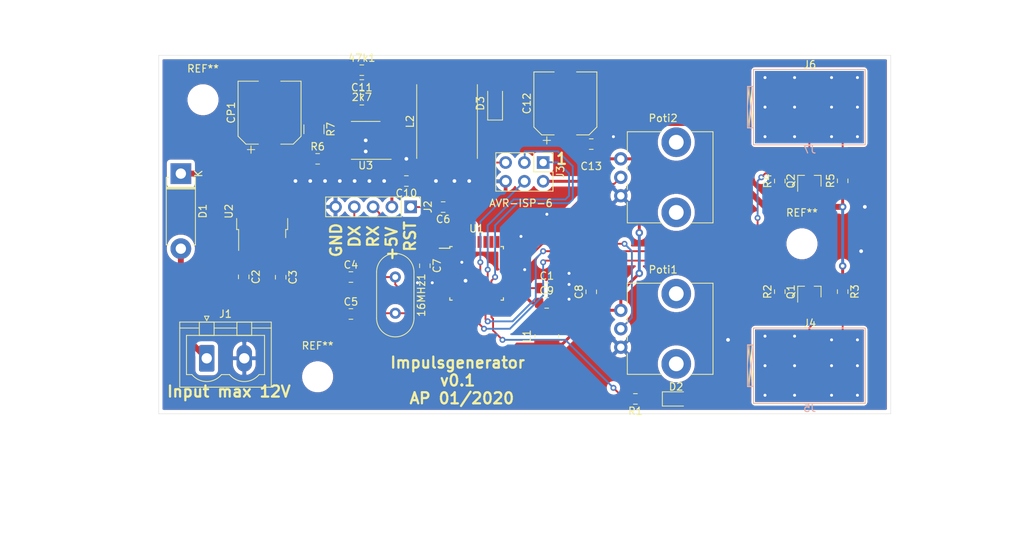
<source format=kicad_pcb>
(kicad_pcb (version 20240108) (generator "pcbnew") (generator_version "8.0")
  (title_block (title "Impulsgenerator") (date "2020-01-08") (rev "v01"))
  (layers (0 "F.Cu" signal) (31 "B.Cu" signal) (34 "B.Paste" user) (35 "F.Paste" user) (36 "B.SilkS" user "B.Silkscreen") (37 "F.SilkS" user "F.Silkscreen") (38 "B.Mask" user) (39 "F.Mask" user) (44 "Edge.Cuts" user))
  (net 0 "")
  (net 1 "GND")
  (net 2 "+5V")
  (net 3 "+5VP")
  (net 4 "+12V")
  (net 5 "Intense")
  (net 6 "Dauer")
  (net 7 "Net-(16MHz1-Pad1)")
  (net 8 "Net-(16MHz1-Pad2)")
  (net 9 "outc")
  (net 10 "outa")
  (net 11 "outb")
  (net 12 "_Reset")
  (net 13 "Net-(D1-Pad2)")
  (net 14 "RX")
  (net 15 "DX")
  (net 16 "SCK")
  (net 17 "MISO")
  (net 18 "+24V")
  (net 19 "Net-(C1-Pad1)")
  (net 20 "Net-(C6-Pad2)")
  (net 21 "Net-(D2-Pad1)")
  (net 22 "Net-(D3-Pad2)")
  (net 23 "Net-(J4-Pad1)")
  (net 24 "Net-(Q1-Pad1)")
  (net 25 "Net-(Q2-Pad1)")
  (net 26 "Net-(R6-Pad2)")
  (net 27 "Net-(R7-Pad2)")
  (net 28 "Net-(C11-Pad1)")
  (net 29 "Net-(J6-Pad1)")
  (net 30 "Net-(2k7-Pad2)")
  (footprint "Capacitor_SMD:C_0805_2012Metric_Pad1.15x1.40mm_HandSolder" (layer "F.Cu") (at 100 110.5)
    (property "Reference" "C1")
    (property "Value" "100nF")
  )
  (footprint "Capacitor_SMD:C_0805_2012Metric_Pad1.15x1.40mm_HandSolder" (layer "F.Cu") (at 83.5 107.475 -90)
    (property "Reference" "C7")
    (property "Value" "100nF")
  )
  (footprint "Capacitor_SMD:C_0805_2012Metric_Pad1.15x1.40mm_HandSolder" (layer "F.Cu") (at 99.975 112.5)
    (property "Reference" "C9")
    (property "Value" "100nF")
  )
  (footprint "Capacitor_SMD:CP_Elec_8x10" (layer "F.Cu") (at 62.5 86.75 90)
    (property "Reference" "CP1")
    (property "Value" "100uF")
  )
  (footprint "Potentiometer_THT:Potentiometer_Alps_RK09L_Single_Vertical" (layer "F.Cu") (at 110 118.5)
    (property "Reference" "Poti1")
    (property "Value" "10k")
  )
  (footprint "Potentiometer_THT:Potentiometer_Alps_RK09L_Single_Vertical" (layer "F.Cu") (at 110 98)
    (property "Reference" "Poti2")
    (property "Value" "10k")
  )
  (footprint "Capacitor_SMD:C_0805_2012Metric_Pad1.15x1.40mm_HandSolder" (layer "F.Cu") (at 59 108.975 -90)
    (property "Reference" "C2")
    (property "Value" "10uF")
  )
  (footprint "Capacitor_SMD:C_0805_2012Metric_Pad1.15x1.40mm_HandSolder" (layer "F.Cu") (at 64 109.025 -90)
    (property "Reference" "C3")
    (property "Value" "10uF")
  )
  (footprint "Inductor_SMD:L_Wuerth_MAPI-3020" (layer "F.Cu") (at 100 117 90)
    (property "Reference" "L1")
    (property "Value" "10uH")
  )
  (footprint "Crystal:Crystal_HC18-U_Vertical" (layer "F.Cu") (at 79.5 109 -90)
    (property "Reference" "16MHz1")
    (property "Value" "Crystal")
  )
  (footprint "Resistor_SMD:R_0805_2012Metric_Pad1.15x1.40mm_HandSolder" (layer "F.Cu") (at 111.975 125.5 180)
    (property "Reference" "R1")
    (property "Value" "1k")
  )
  (footprint "Resistor_SMD:R_0805_2012Metric_Pad1.15x1.40mm_HandSolder" (layer "F.Cu") (at 131.5 110.975 90)
    (property "Reference" "R2")
    (property "Value" "1k")
  )
  (footprint "Resistor_SMD:R_0805_2012Metric_Pad1.15x1.40mm_HandSolder" (layer "F.Cu") (at 140 110.975 -90)
    (property "Reference" "R3")
    (property "Value" "1k")
  )
  (footprint "Resistor_SMD:R_0805_2012Metric_Pad1.15x1.40mm_HandSolder" (layer "F.Cu") (at 131.5 96 90)
    (property "Reference" "R4")
    (property "Value" "1k")
  )
  (footprint "Resistor_SMD:R_0805_2012Metric_Pad1.15x1.40mm_HandSolder" (layer "F.Cu") (at 140 95.975 90)
    (property "Reference" "R5")
    (property "Value" "1k")
  )
  (footprint "Capacitor_SMD:C_0805_2012Metric_Pad1.15x1.40mm_HandSolder" (layer "F.Cu") (at 85.975 99.525 180)
    (property "Reference" "C6")
    (property "Value" "1uF")
  )
  (footprint "Capacitor_SMD:C_0805_2012Metric_Pad1.15x1.40mm_HandSolder" (layer "F.Cu") (at 73.5 109)
    (property "Reference" "C4")
    (property "Value" "22pF")
  )
  (footprint "Capacitor_SMD:C_0805_2012Metric_Pad1.15x1.40mm_HandSolder" (layer "F.Cu") (at 73.5 114)
    (property "Reference" "C5")
    (property "Value" "22pF")
  )
  (footprint "Diode_THT:D_5W_P10.16mm_Horizontal" (layer "F.Cu") (at 50.5 95 -90)
    (property "Reference" "D1")
    (property "Value" "D")
  )
  (footprint "LED_SMD:LED_0805_2012Metric_Pad1.15x1.40mm_HandSolder" (layer "F.Cu") (at 117.475 125.5)
    (property "Reference" "D2")
    (property "Value" "LED")
  )
  (footprint "Connector:IHI_B6A-PCB-45_Vertical" (layer "F.Cu") (at 135.5 86)
    (property "Reference" "J6")
    (property "Value" "Conn_01x01_Female")
  )
  (footprint "Package_TO_SOT_SMD:SOT-23" (layer "F.Cu") (at 135.5 111 90)
    (property "Reference" "Q1")
    (property "Value" "BSS123")
  )
  (footprint "Package_TO_SOT_SMD:SOT-23" (layer "F.Cu") (at 135.5 96 90)
    (property "Reference" "Q2")
    (property "Value" "BSS123")
  )
  (footprint "Package_TO_SOT_SMD:TO-252-2" (layer "F.Cu") (at 61.5 100.1 90)
    (property "Reference" "U2")
    (property "Value" "LP2950-5.0_TO252")
  )
  (footprint "Connector_Phoenix_MSTB:PhoenixContact_MSTBVA_2,5_2-G-5,08_1x02_P5.08mm_Vertical" (layer "F.Cu") (at 54 120)
    (property "Reference" "J1")
    (property "Value" "Conn_01x02_Male")
  )
  (footprint "Package_QFP:TQFP-32_7x7mm_P0.8mm" (layer "F.Cu") (at 90.5 108.5)
    (property "Reference" "U1")
    (property "Value" "ATmega328-AU")
  )
  (footprint "Connector_PinHeader_2.54mm:PinHeader_1x05_P2.54mm_Vertical" (layer "F.Cu") (at 81.58 99.5 -90)
    (property "Reference" "J2")
    (property "Value" "Conn_01x05_Male")
  )
  (footprint "Connector_PinHeader_2.54mm:PinHeader_2x03_P2.54mm_Vertical" (layer "F.Cu") (at 99.5 93.5 -90)
    (property "Reference" "J3")
    (property "Value" "AVR-ISP-6")
  )
  (footprint "Connector:IHI_B6A-PCB-45_Vertical" (layer "F.Cu") (at 135.5 121)
    (property "Reference" "J4")
    (property "Value" "Conn_01x01_Female")
  )
  (footprint "Resistor_SMD:R_0805_2012Metric_Pad1.15x1.40mm_HandSolder" (layer "F.Cu") (at 74.975 83 180)
    (property "Reference" "2k7")
    (property "Value" "R")
  )
  (footprint "Resistor_SMD:R_0805_2012Metric_Pad1.15x1.40mm_HandSolder" (layer "F.Cu") (at 74.975 81)
    (property "Reference" "47k1")
    (property "Value" "R")
  )
  (footprint "Capacitor_SMD:C_0805_2012Metric_Pad1.15x1.40mm_HandSolder" (layer "F.Cu") (at 74.975 85)
    (property "Reference" "C11")
    (property "Value" "1nF")
  )
  (footprint "Capacitor_SMD:CP_Elec_8x10" (layer "F.Cu") (at 102.5 85.5 90)
    (property "Reference" "C12")
    (property "Value" "100uF")
  )
  (footprint "Diode_SMD:D_SOD-123" (layer "F.Cu") (at 93 85.5 90)
    (property "Reference" "D3")
    (property "Value" "1N4448W")
  )
  (footprint "Inductor_SMD:L_Taiyo-Yuden_NR-80xx_HandSoldering" (layer "F.Cu") (at 86.5 87.95 90)
    (property "Reference" "L2")
    (property "Value" "180uH")
  )
  (footprint "Resistor_SMD:R_0805_2012Metric_Pad1.15x1.40mm_HandSolder" (layer "F.Cu") (at 69 93)
    (property "Reference" "R6")
    (property "Value" "180")
  )
  (footprint "Resistor_SMD:R_1210_3225Metric_Pad1.42x2.65mm_HandSolder" (layer "F.Cu") (at 68.5 89 -90)
    (property "Reference" "R7")
    (property "Value" "0,47")
  )
  (footprint "Package_SO:SOIC-8_3.9x4.9mm_P1.27mm" (layer "F.Cu") (at 75.5 90.5 180)
    (property "Reference" "U3")
    (property "Value" "MC34063AD")
  )
  (footprint "Capacitor_SMD:C_0805_2012Metric_Pad1.15x1.40mm_HandSolder" (layer "F.Cu") (at 81 96 180)
    (property "Reference" "C10")
    (property "Value" "100nF")
  )
  (footprint "Capacitor_SMD:C_0805_2012Metric_Pad1.15x1.40mm_HandSolder" (layer "F.Cu") (at 106 111 90)
    (property "Reference" "C8")
    (property "Value" "100nF")
  )
  (footprint "Capacitor_SMD:C_0805_2012Metric_Pad1.15x1.40mm_HandSolder" (layer "F.Cu") (at 106 91)
    (property "Reference" "C13")
    (property "Value" "100nF")
  )
  (footprint "MountingHole:MountingHole_3.2mm_M3" (layer "F.Cu") (at 69 122.5)
    (property "Reference" "REF**")
    (property "Value" "MountingHole_3.2mm_M3")
  )
  (footprint "MountingHole:MountingHole_3.2mm_M3" (layer "F.Cu") (at 53.5 85)
    (property "Reference" "REF**")
    (property "Value" "MountingHole_3.2mm_M3")
  )
  (footprint "MountingHole:MountingHole_3.2mm_M3" (layer "F.Cu") (at 134.5 104.5)
    (property "Reference" "REF**")
    (property "Value" "MountingHole_3.2mm_M3")
  )
  (footprint "Connector:IHI_B6A-PCB-45_Vertical" (layer "B.Cu") (at 135.5 86)
    (property "Reference" "J7")
    (property "Value" "Conn_01x01_Female")
  )
  (footprint "Connector:IHI_B6A-PCB-45_Vertical" (layer "B.Cu") (at 135.5 121)
    (property "Reference" "J5")
    (property "Value" "Conn_01x01_Female")
  )
  (gr_line (start 146.5 127.5) (end 146.5 80) (stroke (width 0.05)) (layer "Edge.Cuts"))
  (gr_line (start 47.5 80) (end 47.5 79) (stroke (width 0.05)) (layer "Edge.Cuts"))
  (gr_line (start 146.5 80) (end 146.5 79) (stroke (width 0.05)) (layer "Edge.Cuts"))
  (gr_line (start 146.5 79) (end 47.5 79) (stroke (width 0.05)) (layer "Edge.Cuts"))
  (gr_line (start 47.5 127.5) (end 146.5 127.5) (stroke (width 0.05)) (layer "Edge.Cuts"))
  (gr_line (start 47.5 80) (end 47.5 127.5) (stroke (width 0.05)) (layer "Edge.Cuts"))
  (gr_text "Impulsgenerator \nv0.1 \nAP 01/2020" (at 88.5 123 0) (layer "F.SilkS") (effects (font (size 1.5 1.5) (thickness 0.3))))
  (gr_text "RX" (at 76.5 103.5 90) (layer "F.SilkS") (effects (font (size 1.5 1.5) (thickness 0.3))))
  (gr_text "RST" (at 81.5 103.5 90) (layer "F.SilkS") (effects (font (size 1.5 1.5) (thickness 0.3))))
  (gr_text "1" (at 102 93 0) (layer "F.SilkS") (effects (font (size 1.5 1.5) (thickness 0.3))))
  (gr_text "GND\n" (at 71.5 104 90) (layer "F.SilkS") (effects (font (size 1.5 1.5) (thickness 0.3))))
  (gr_text "Input max 12V" (at 57 124.5 0) (layer "F.SilkS") (effects (font (size 1.5 1.5) (thickness 0.3))))
  (gr_text "DX" (at 74 103.5 90) (layer "F.SilkS") (effects (font (size 1.5 1.5) (thickness 0.3))))
  (gr_text "+5V" (at 79 104.5 90) (layer "F.SilkS") (effects (font (size 1.5 1.5) (thickness 0.3))))
  (segment (start 83.5 109.075) (end 83.075 109.5) (width 0.25) (layer "F.Cu") (net 1))
  (segment (start 84.225 109.5) (end 84.5 109.775) (width 0.25) (layer "F.Cu") (net 1))
  (segment (start 83.5 109.075) (end 83.925 109.5) (width 0.25) (layer "F.Cu") (net 1))
  (segment (start 94.75 108.1) (end 96.15001 108.1) (width 0.25) (layer "F.Cu") (net 1))
  (segment (start 83.9 108.9) (end 83.5 108.5) (width 0.25) (layer "F.Cu") (net 1))
  (segment (start 96.15001 108.1) (end 96.5 108.44999) (width 0.25) (layer "F.Cu") (net 1))
  (segment (start 83.075 109.5) (end 82.775 109.5) (width 0.25) (layer "F.Cu") (net 1))
  (segment (start 96 108) (end 96.5 107.5) (width 0.25) (layer "F.Cu") (net 1))
  (segment (start 94.75 108.1) (end 95.8 108.1) (width 0.25) (layer "F.Cu") (net 1))
  (segment (start 96.5 108.44999) (end 96.77499 108.175) (width 0.25) (layer "F.Cu") (net 1))
  (segment (start 82.775 109.5) (end 82.5 109.775) (width 0.25) (layer "F.Cu") (net 1))
  (segment (start 95.8 108.1) (end 95.9 108) (width 0.25) (layer "F.Cu") (net 1))
  (segment (start 76.025 82.525) (end 76.05 82.5) (width 0.25) (layer "F.Cu") (net 1))
  (segment (start 83.5 108.5) (end 83.5 109.075) (width 0.25) (layer "F.Cu") (net 1))
  (segment (start 83.925 109.5) (end 84.225 109.5) (width 0.25) (layer "F.Cu") (net 1))
  (segment (start 96.77499 108.175) (end 97 108.175) (width 0.25) (layer "F.Cu") (net 1))
  (segment (start 95.9 108) (end 96 108) (width 0.25) (layer "F.Cu") (net 1))
  (segment (start 86.25 107.3) (end 88.2 107.3) (width 0.25) (layer "F.Cu") (net 1))
  (segment (start 76.025 85) (end 76.025 82.525) (width 0.25) (layer "F.Cu") (net 1))
  (segment (start 88.2 107.3) (end 88.5 107) (width 0.25) (layer "F.Cu") (net 1))
  (segment (start 86.25 108.9) (end 83.9 108.9) (width 0.25) (layer "F.Cu") (net 1))
  (via (at 85 96) (size 1) (drill 0.5) (layers "F.Cu" "B.Cu") (net 1))
  (via (at 81 93) (size 1) (drill 0.5) (layers "F.Cu" "B.Cu") (net 1))
  (via (at 76 96) (size 1) (drill 0.5) (layers "F.Cu" "B.Cu") (net 1))
  (via (at 97 108) (size 0.8) (drill 0.4) (layers "F.Cu" "B.Cu") (net 1))
  (via (at 75.5 90.5) (size 1) (drill 0.5) (layers "F.Cu" "B.Cu") (net 1))
  (via (at 89 109.5) (size 1) (drill 0.5) (layers "F.Cu" "B.Cu") (net 1))
  (via (at 72 96) (size 1) (drill 0.5) (layers "F.Cu" "B.Cu") (net 1))
  (via (at 89.5 96) (size 1) (drill 0.5) (layers "F.Cu" "B.Cu") (net 1))
  (via (at 124.5 117.5) (size 1) (drill 0.5) (layers "F.Cu" "B.Cu") (net 1))
  (via (at 100 100.5) (size 0.8) (drill 0.4) (layers "F.Cu" "B.Cu") (net 1))
  (via (at 103 112) (size 0.8) (drill 0.4) (layers "F.Cu" "B.Cu") (net 1))
  (via (at 143 99.5) (size 1) (drill 0.5) (layers "F.Cu" "B.Cu") (net 1))
  (via (at 74 96) (size 1) (drill 0.5) (layers "F.Cu" "B.Cu") (net 1))
  (via (at 68 96) (size 1) (drill 0.5) (layers "F.Cu" "B.Cu") (net 1))
  (via (at 88.5 107) (size 0.8) (drill 0.4) (layers "F.Cu" "B.Cu") (net 1))
  (via (at 66 96) (size 1) (drill 0.5) (layers "F.Cu" "B.Cu") (net 1))
  (via (at 103 108.5) (size 0.8) (drill 0.4) (layers "F.Cu" "B.Cu") (net 1))
  (via (at 78 96) (size 1) (drill 0.5) (layers "F.Cu" "B.Cu") (net 1))
  (via (at 75.5 92) (size 1) (drill 0.5) (layers "F.Cu" "B.Cu") (net 1))
  (via (at 87.5 96) (size 1) (drill 0.5) (layers "F.Cu" "B.Cu") (net 1))
  (via (at 70 96) (size 1) (drill 0.5) (layers "F.Cu" "B.Cu") (net 1))
  (via (at 142.5 105.5) (size 1) (drill 0.5) (layers "F.Cu" "B.Cu") (net 1))
  (via (at 84.5 109.775) (size 0.8) (drill 0.4) (layers "F.Cu" "B.Cu") (net 1))
  (via (at 96.5 103.5) (size 0.8) (drill 0.4) (layers "F.Cu" "B.Cu") (net 1))
  (via (at 82.5 109.775) (size 0.8) (drill 0.4) (layers "F.Cu" "B.Cu") (net 1))
  (via (at 103 110) (size 0.8) (drill 0.4) (layers "F.Cu" "B.Cu") (net 1))
  (via (at 109 90) (size 0.8) (drill 0.4) (layers "F.Cu" "B.Cu") (net 1))
  (segment (start 104.96 96.04) (end 108 93) (width 0.4) (layer "F.Cu") (net 2))
  (segment (start 70 97) (end 69.5 97.5) (width 0.4) (layer "F.Cu") (net 2))
  (segment (start 69.5 102.3) (end 69.5 105) (width 0.4) (layer "F.Cu") (net 2))
  (segment (start 99.5 96.04) (end 104.96 96.04) (width 0.4) (layer "F.Cu") (net 2))
  (segment (start 110 93) (end 111.5 93) (width 0.4) (layer "F.Cu") (net 2))
  (segment (start 83.5 106.45) (end 83.5 105.5) (width 0.4) (layer "F.Cu") (net 2))
  (segment (start 103.35 116.825) (end 103.35 116.15) (width 0.4) (layer "F.Cu") (net 2))
  (segment (start 111.5 93) (end 112 93) (width 0.4) (layer "F.Cu") (net 2))
  (segment (start 87.3 109.7) (end 87.5 109.5) (width 0.25) (layer "F.Cu") (net 2))
  (segment (start 95.05 119) (end 95.975 118.075) (width 0.4) (layer "F.Cu") (net 2))
  (segment (start 95.05 119) (end 72.5 119) (width 0.4) (layer "F.Cu") (net 2))
  (segment (start 87.5 109.5) (end 87.5 108.3) (width 0.25) (layer "F.Cu") (net 2))
  (segment (start 112 93) (end 112.5 93.5) (width 0.4) (layer "F.Cu") (net 2))
  (segment (start 110 111) (end 112.5 108.5) (width 0.4) (layer "F.Cu") (net 2))
  (segment (start 72.5 119) (end 69.5 116) (width 0.4) (layer "F.Cu") (net 2))
  (segment (start 110 113.5) (end 106 113.5) (width 0.4) (layer "F.Cu") (net 2))
  (segment (start 87.3 108.1) (end 86.25 108.1) (width 0.25) (layer "F.Cu") (net 2))
  (segment (start 110 113.5) (end 110 111) (width 0.4) (layer "F.Cu") (net 2))
  (segment (start 78 97) (end 70 97) (width 0.4) (layer "F.Cu") (net 2))
  (segment (start 83.5 105.5) (end 82.5 104.5) (width 0.4) (layer "F.Cu") (net 2))
  (segment (start 112.5 93.5) (end 112.5 103) (width 0.4) (layer "F.Cu") (net 2))
  (segment (start 63.78 107.78) (end 64 108) (width 0.4) (layer "F.Cu") (net 2))
  (segment (start 69.5 97.5) (end 69.5 102.3) (width 0.4) (layer "F.Cu") (net 2))
  (segment (start 63.78 104.3) (end 63.78 107.78) (width 0.4) (layer "F.Cu") (net 2))
  (segment (start 63.78 104.3) (end 68.8 104.3) (width 0.4) (layer "F.Cu") (net 2))
  (segment (start 84.2 106.45) (end 83.5 106.45) (width 0.25) (layer "F.Cu") (net 2))
  (segment (start 106 113.5) (end 106 112.025) (width 0.4) (layer "F.Cu") (net 2))
  (segment (start 102.1 118.075) (end 103.35 116.825) (width 0.4) (layer "F.Cu") (net 2))
  (segment (start 79.04 99.5) (end 79.04 98.04) (width 0.4) (layer "F.Cu") (net 2))
  (segment (start 100 118.075) (end 102.1 118.075) (width 0.4) (layer "F.Cu") (net 2))
  (segment (start 84.5 107.5) (end 84.5 106.75) (width 0.25) (layer "F.Cu") (net 2))
  (segment (start 68.8 104.3) (end 69.5 105) (width 0.4) (layer "F.Cu") (net 2))
  (segment (start 83.5 106.45) (end 83.5 105.875) (width 0.4) (layer "F.Cu") (net 2))
  (segment (start 106 113.5) (end 103.35 116.15) (width 0.4) (layer "F.Cu") (net 2))
  (segment (start 95.975 118.075) (end 100 118.075) (width 0.4) (layer "F.Cu") (net 2))
  (segment (start 86.25 108.1) (end 85.1 108.1) (width 0.25) (layer "F.Cu") (net 2))
  (segment (start 108 93) (end 110 93) (width 0.4) (layer "F.Cu") (net 2))
  (segment (start 87.5 108.3) (end 87.3 108.1) (width 0.25) (layer "F.Cu") (net 2))
  (segment (start 79.04 98.04) (end 78 97) (width 0.4) (layer "F.Cu") (net 2))
  (segment (start 84.5 106.75) (end 84.2 106.45) (width 0.25) (layer "F.Cu") (net 2))
  (segment (start 70 104.5) (end 69.5 105) (width 0.4) (layer "F.Cu") (net 2))
  (segment (start 82.5 104.5) (end 70 104.5) (width 0.4) (layer "F.Cu") (net 2))
  (segment (start 69.5 116) (end 69.5 105) (width 0.4) (layer "F.Cu") (net 2))
  (segment (start 85.1 108.1) (end 84.5 107.5) (width 0.25) (layer "F.Cu") (net 2))
  (segment (start 86.25 109.7) (end 87.3 109.7) (width 0.25) (layer "F.Cu") (net 2))
  (via (at 112.5 108.5) (size 1) (drill 0.5) (layers "F.Cu" "B.Cu") (net 2))
  (via (at 112.5 103) (size 1) (drill 0.5) (layers "F.Cu" "B.Cu") (net 2))
  (segment (start 112.5 108.5) (end 112.5 103) (width 0.4) (layer "B.Cu") (net 2))
  (segment (start 95.95 110.5) (end 97.95 112.5) (width 0.4) (layer "F.Cu") (net 3))
  (segment (start 97.95 112.5) (end 98.95 112.5) (width 0.4) (layer "F.Cu") (net 3))
  (segment (start 100 115.925) (end 100 114.85) (width 0.4) (layer "F.Cu") (net 3))
  (segment (start 94.75 110.5) (end 95.95 110.5) (width 0.4) (layer "F.Cu") (net 3))
  (segment (start 100 114.85) (end 99.65 114.5) (width 0.4) (layer "F.Cu") (net 3))
  (segment (start 99.65 114.5) (end 99.5 114.5) (width 0.4) (layer "F.Cu") (net 3))
  (segment (start 99.5 114.5) (end 98.95 113.95) (width 0.4) (layer "F.Cu") (net 3))
  (segment (start 98.95 113.95) (end 98.95 112.5) (width 0.4) (layer "F.Cu") (net 3))
  (segment (start 70.5 89.275) (end 70.775 89.275) (width 0.4) (layer "F.Cu") (net 4))
  (segment (start 65.25 94.5) (end 84.5 94.5) (width 0.8) (layer "F.Cu") (net 4))
  (segment (start 59.22 104.3) (end 59.22 103.8) (width 0.8) (layer "F.Cu") (net 4))
  (segment (start 82.025 96) (end 83 96) (width 0.4) (layer "F.Cu") (net 4))
  (segment (start 67.975 93) (end 66.75 93) (width 0.4) (layer "F.Cu") (net 4))
  (segment (start 84.5 94.5) (end 85.75 94.5) (width 0.8) (layer "F.Cu") (net 4))
  (segment (start 56 95) (end 50.5 95) (width 0.8) (layer "F.Cu") (net 4))
  (segment (start 59.22 103.8) (end 57 101.58) (width 0.8) (layer "F.Cu") (net 4))
  (segment (start 68.5 87.975) (end 69.2 87.975) (width 0.4) (layer "F.Cu") (net 4))
  (segment (start 85.75 94.5) (end 86.5 93.75) (width 0.8) (layer "F.Cu") (net 4))
  (segment (start 59.22 104.3) (end 59.22 107.73) (width 0.8) (layer "F.Cu") (net 4))
  (segment (start 62.5 90) (end 62.5 91.75) (width 0.8) (layer "F.Cu") (net 4))
  (segment (start 57 94) (end 56 95) (width 0.8) (layer "F.Cu") (net 4))
  (segment (start 57 94) (end 61 90) (width 0.8) (layer "F.Cu") (net 4))
  (segment (start 57 101.58) (end 57 94) (width 0.8) (layer "F.Cu") (net 4))
  (segment (start 83 96) (end 84.5 94.5) (width 0.4) (layer "F.Cu") (net 4))
  (segment (start 66.75 93) (end 65.25 94.5) (width 0.4) (layer "F.Cu") (net 4))
  (segment (start 71.365 89.865) (end 73.025 89.865) (width 0.4) (layer "F.Cu") (net 4))
  (segment (start 86.5 93.75) (end 86.5 91.4) (width 0.8) (layer "F.Cu") (net 4))
  (segment (start 65 90) (end 62.5 90) (width 0.4) (layer "F.Cu") (net 4))
  (segment (start 70.775 89.275) (end 71.365 89.865) (width 0.4) (layer "F.Cu") (net 4))
  (segment (start 62.5 91.75) (end 65.25 94.5) (width 0.8) (layer "F.Cu") (net 4))
  (segment (start 68.5 87.975) (end 67.025 87.975) (width 0.4) (layer "F.Cu") (net 4))
  (segment (start 67.025 87.975) (end 65 90) (width 0.4) (layer "F.Cu") (net 4))
  (segment (start 61 90) (end 62.5 90) (width 0.8) (layer "F.Cu") (net 4))
  (segment (start 59.22 107.73) (end 59 107.95) (width 0.4) (layer "F.Cu") (net 4))
  (segment (start 69.2 87.975) (end 70.5 89.275) (width 0.4) (layer "F.Cu") (net 4))
  (segment (start 94.75 106.5) (end 97.426998 106.5) (width 0.25) (layer "F.Cu") (net 5))
  (segment (start 105 104.5) (end 110.5 104.5) (width 0.25) (layer "F.Cu") (net 5))
  (segment (start 97.426998 106.5) (end 99.426998 104.5) (width 0.25) (layer "F.Cu") (net 5))
  (segment (start 99.426998 104.5) (end 105 104.5) (width 0.25) (layer "F.Cu") (net 5))
  (via (at 110.5 104.5) (size 0.8) (drill 0.4) (layers "F.Cu" "B.Cu") (net 5))
  (segment (start 111.5 105.5) (end 111.5 114.5) (width 0.25) (layer "B.Cu") (net 5))
  (segment (start 111.5 105.5) (end 110.5 104.5) (width 0.25) (layer "B.Cu") (net 5))
  (segment (start 111.5 114.5) (end 110 116) (width 0.25) (layer "B.Cu") (net 5))
  (segment (start 106.600001 96.399999) (end 97.3 105.7) (width 0.25) (layer "F.Cu") (net 6))
  (segment (start 110 95.5) (end 109.100001 96.399999) (width 0.25) (layer "F.Cu") (net 6))
  (segment (start 109.100001 96.399999) (end 106.600001 96.399999) (width 0.25) (layer "F.Cu") (net 6))
  (segment (start 97.3 105.7) (end 94.75 105.7) (width 0.25) (layer "F.Cu") (net 6))
  (segment (start 80 110.5) (end 79.5 110) (width 0.25) (layer "F.Cu") (net 7))
  (segment (start 86.25 110.5) (end 80 110.5) (width 0.25) (layer "F.Cu") (net 7))
  (segment (start 79.5 109) (end 74.525 109) (width 0.25) (layer "F.Cu") (net 7))
  (segment (start 79.5 110) (end 79.5 109) (width 0.25) (layer "F.Cu") (net 7))
  (segment (start 86.25 111.3) (end 83.7 111.3) (width 0.25) (layer "F.Cu") (net 8))
  (segment (start 74.625 113.9) (end 74.525 114) (width 0.25) (layer "F.Cu") (net 8))
  (segment (start 83.7 111.3) (end 81.1 113.9) (width 0.25) (layer "F.Cu") (net 8))
  (segment (start 81.1 113.9) (end 79.5 113.9) (width 0.25) (layer "F.Cu") (net 8))
  (segment (start 79.5 113.9) (end 74.625 113.9) (width 0.25) (layer "F.Cu") (net 8))
  (segment (start 110.5 125.5) (end 110.95 125.5) (width 0.25) (layer "F.Cu") (net 9))
  (segment (start 92.5 111.7) (end 91 110.2) (width 0.25) (layer "F.Cu") (net 9))
  (segment (start 92.725001 116.225001) (end 94 117.5) (width 0.25) (layer "F.Cu") (net 9))
  (segment (start 92.5 112.75) (end 92.5 114.426998) (width 0.25) (layer "F.Cu") (net 9))
  (segment (start 110.375 125.5) (end 110.95 125.5) (width 0.25) (layer "F.Cu") (net 9))
  (segment (start 92.5 112.75) (end 92.5 111.7) (width 0.25) (layer "F.Cu") (net 9))
  (segment (start 92.5 114.426998) (end 92.725001 114.651999) (width 0.25) (layer "F.Cu") (net 9))
  (segment (start 92.725001 114.651999) (end 92.725001 116.225001) (width 0.25) (layer "F.Cu") (net 9))
  (segment (start 91 110) (end 91 107) (width 0.25) (layer "F.Cu") (net 9))
  (segment (start 91 110.2) (end 91 110) (width 0.25) (layer "F.Cu") (net 9))
  (segment (start 109 124) (end 110.5 125.5) (width 0.25) (layer "F.Cu") (net 9))
  (via (at 94 117.5) (size 0.8) (drill 0.4) (layers "F.Cu" "B.Cu") (net 9))
  (via (at 91 107) (size 0.8) (drill 0.4) (layers "F.Cu" "B.Cu") (net 9))
  (via (at 109 124) (size 0.8) (drill 0.4) (layers "F.Cu" "B.Cu") (net 9))
  (segment (start 94.5 98.5) (end 97 96) (width 0.25) (layer "B.Cu") (net 9))
  (segment (start 91 107) (end 91 101.5) (width 0.25) (layer "B.Cu") (net 9))
  (segment (start 94 117.5) (end 102.5 117.5) (width 0.25) (layer "B.Cu") (net 9))
  (segment (start 102.5 117.5) (end 109 124) (width 0.25) (layer "B.Cu") (net 9))
  (segment (start 91 101.5) (end 94 98.5) (width 0.25) (layer "B.Cu") (net 9))
  (segment (start 94 98.5) (end 94.5 98.5) (width 0.25) (layer "B.Cu") (net 9))
  (segment (start 124.624999 106.774999) (end 99.725001 106.774999) (width 0.25) (layer "F.Cu") (net 10))
  (segment (start 127.8 109.95) (end 131.5 109.95) (width 0.25) (layer "F.Cu") (net 10))
  (segment (start 90.9 115.4) (end 91.5 116) (width 0.25) (layer "F.Cu") (net 10))
  (segment (start 131.5 109.95) (end 130.8 109.95) (width 0.25) (layer "F.Cu") (net 10))
  (segment (start 90.9 112.75) (end 90.9 115.4) (width 0.25) (layer "F.Cu") (net 10))
  (segment (start 124.624999 106.774999) (end 127.8 109.95) (width 0.25) (layer "F.Cu") (net 10))
  (segment (start 99.725001 106.774999) (end 99.5 107) (width 0.25) (layer "F.Cu") (net 10))
  (via (at 99.5 107) (size 0.8) (drill 0.4) (layers "F.Cu" "B.Cu") (net 10))
  (via (at 91.5 116) (size 0.8) (drill 0.4) (layers "F.Cu" "B.Cu") (net 10))
  (segment (start 95 116) (end 91.5 116) (width 0.25) (layer "B.Cu") (net 10))
  (segment (start 99.5 107) (end 99.5 111.5) (width 0.25) (layer "B.Cu") (net 10))
  (segment (start 99.5 111.5) (end 96 115) (width 0.25) (layer "B.Cu") (net 10))
  (segment (start 96 115) (end 95 116) (width 0.25) (layer "B.Cu") (net 10))
  (segment (start 131.5 94.975) (end 129.525 94.975) (width 0.25) (layer "F.Cu") (net 11))
  (segment (start 91.7 112.75) (end 91.7 114.2) (width 0.25) (layer "F.Cu") (net 11))
  (segment (start 99.5 105.5) (end 125.5 105.5) (width 0.25) (layer "F.Cu") (net 11))
  (segment (start 125.5 105.5) (end 128.5 102.5) (width 0.25) (layer "F.Cu") (net 11))
  (segment (start 128.5 102.5) (end 128.5 101) (width 0.25) (layer "F.Cu") (net 11))
  (segment (start 91.7 114.7) (end 92 115) (width 0.25) (layer "F.Cu") (net 11))
  (segment (start 91.7 114.2) (end 91.7 114.7) (width 0.25) (layer "F.Cu") (net 11))
  (segment (start 131.5 94.975) (end 130.8 94.975) (width 0.25) (layer "F.Cu") (net 11))
  (segment (start 129.525 94.975) (end 129 95.5) (width 0.25) (layer "F.Cu") (net 11))
  (via (at 99.5 105.5) (size 0.8) (drill 0.4) (layers "F.Cu" "B.Cu") (net 11))
  (via (at 128.5 101) (size 0.8) (drill 0.4) (layers "F.Cu" "B.Cu") (net 11))
  (via (at 92 115) (size 0.8) (drill 0.4) (layers "F.Cu" "B.Cu") (net 11))
  (via (at 129 95.5) (size 0.8) (drill 0.4) (layers "F.Cu" "B.Cu") (net 11))
  (segment (start 95.36359 115) (end 98.5 111.86359) (width 0.25) (layer "B.Cu") (net 11))
  (segment (start 98.5 106.5) (end 99.5 105.5) (width 0.25) (layer "B.Cu") (net 11))
  (segment (start 128.5 101) (end 128.5 96) (width 0.25) (layer "B.Cu") (net 11))
  (segment (start 98.5 111.86359) (end 98.5 106.5) (width 0.25) (layer "B.Cu") (net 11))
  (segment (start 128.5 96) (end 129 95.5) (width 0.25) (layer "B.Cu") (net 11))
  (segment (start 92 115) (end 95.36359 115) (width 0.25) (layer "B.Cu") (net 11))
  (segment (start 91 94) (end 91.5 93.5) (width 0.25) (layer "F.Cu") (net 12))
  (segment (start 90.1 102.05) (end 87.575 99.525) (width 0.25) (layer "F.Cu") (net 12))
  (segment (start 88.2 99.525) (end 91 96.725) (width 0.25) (layer "F.Cu") (net 12))
  (segment (start 88.2 99.525) (end 87 99.525) (width 0.25) (layer "F.Cu") (net 12))
  (segment (start 87.575 99.525) (end 87 99.525) (width 0.25) (layer "F.Cu") (net 12))
  (segment (start 91 96.725) (end 91 94) (width 0.25) (layer "F.Cu") (net 12))
  (segment (start 87.5 100.1) (end 87.5 99.525) (width 0.25) (layer "F.Cu") (net 12))
  (segment (start 90.1 104.25) (end 90.1 102.05) (width 0.25) (layer "F.Cu") (net 12))
  (segment (start 91.5 93.5) (end 94.42 93.5) (width 0.25) (layer "F.Cu") (net 12))
  (segment (start 50.5 116.5) (end 54 120) (width 0.8) (layer "F.Cu") (net 13))
  (segment (start 50.5 105.16) (end 50.5 116.5) (width 0.8) (layer "F.Cu") (net 13))
  (segment (start 89.3 102.8) (end 88 101.5) (width 0.25) (layer "F.Cu") (net 14))
  (segment (start 89.3 104.25) (end 89.3 102.8) (width 0.25) (layer "F.Cu") (net 14))
  (segment (start 77.349999 101.349999) (end 77.5 101.5) (width 0.25) (layer "F.Cu") (net 14))
  (segment (start 77.5 101.5) (end 88 101.5) (width 0.25) (layer "F.Cu") (net 14))
  (segment (start 76.5 99.5) (end 77.349999 100.349999) (width 0.25) (layer "F.Cu") (net 14))
  (segment (start 77.349999 100.349999) (end 77.349999 101.349999) (width 0.25) (layer "F.Cu") (net 14))
  (segment (start 88 102.7) (end 77.16 102.7) (width 0.25) (layer "F.Cu") (net 15))
  (segment (start 88.5 103.2) (end 88 102.7) (width 0.25) (layer "F.Cu") (net 15))
  (segment (start 77.09641 102.63641) (end 76.96 102.5) (width 0.25) (layer "F.Cu") (net 15))
  (segment (start 88.5 104.25) (end 88.5 103.2) (width 0.25) (layer "F.Cu") (net 15))
  (segment (start 75 102.5) (end 73.96 101.46) (width 0.25) (layer "F.Cu") (net 15))
  (segment (start 77.16 102.7) (end 76.96 102.5) (width 0.25) (layer "F.Cu") (net 15))
  (segment (start 76.96 102.5) (end 75 102.5) (width 0.25) (layer "F.Cu") (net 15))
  (segment (start 73.96 101.46) (end 73.96 99.5) (width 0.25) (layer "F.Cu") (net 15))
  (segment (start 93.53641 111.3) (end 92.5 110.26359) (width 0.25) (layer "F.Cu") (net 16))
  (segment (start 92.5 109.5) (end 93 109) (width 0.25) (layer "F.Cu") (net 16))
  (segment (start 94.75 111.3) (end 93.53641 111.3) (width 0.25) (layer "F.Cu") (net 16))
  (segment (start 92.5 110.26359) (end 92.5 109.5) (width 0.25) (layer "F.Cu") (net 16))
  (via (at 93 109) (size 0.8) (drill 0.4) (layers "F.Cu" "B.Cu") (net 16))
  (segment (start 93 109) (end 93 102) (width 0.25) (layer "B.Cu") (net 16))
  (segment (start 103 99) (end 103.5 98.5) (width 0.25) (layer "B.Cu") (net 16))
  (segment (start 97 92) (end 97 93.46) (width 0.25) (layer "B.Cu") (net 16))
  (segment (start 103.5 94) (end 101.5 92) (width 0.25) (layer "B.Cu") (net 16))
  (segment (start 96 99) (end 103 99) (width 0.25) (layer "B.Cu") (net 16))
  (segment (start 101.5 92) (end 97 92) (width 0.25) (layer "B.Cu") (net 16))
  (segment (start 93 102) (end 96 99) (width 0.25) (layer "B.Cu") (net 16))
  (segment (start 103.5 98.5) (end 103.5 94) (width 0.25) (layer "B.Cu") (net 16))
  (segment (start 92 109.5) (end 92 108) (width 0.25) (layer "F.Cu") (net 17))
  (segment (start 93 111.4) (end 92.9 111.4) (width 0.25) (layer "F.Cu") (net 17))
  (segment (start 93.3 112.75) (end 93.3 111.7) (width 0.25) (layer "F.Cu") (net 17))
  (segment (start 93.3 111.7) (end 93 111.4) (width 0.25) (layer "F.Cu") (net 17))
  (segment (start 92 110.5) (end 92 109.5) (width 0.25) (layer "F.Cu") (net 17))
  (segment (start 92.9 111.4) (end 92 110.5) (width 0.25) (layer "F.Cu") (net 17))
  (via (at 92 108) (size 0.8) (drill 0.4) (layers "F.Cu" "B.Cu") (net 17))
  (segment (start 103 98) (end 103 95) (width 0.25) (layer "B.Cu") (net 17))
  (segment (start 95.5 98.5) (end 102.5 98.5) (width 0.25) (layer "B.Cu") (net 17))
  (segment (start 92 108) (end 92 102) (width 0.25) (layer "B.Cu") (net 17))
  (segment (start 92 102) (end 95.5 98.5) (width 0.25) (layer "B.Cu") (net 17))
  (segment (start 101.46 93.46) (end 99.54 93.46) (width 0.25) (layer "B.Cu") (net 17))
  (segment (start 103 95) (end 101.46 93.46) (width 0.25) (layer "B.Cu") (net 17))
  (segment (start 102.5 98.5) (end 103 98) (width 0.25) (layer "B.Cu") (net 17))
  (segment (start 103 91) (end 104.4 91) (width 0.25) (layer "F.Cu") (net 18))
  (segment (start 125 89.5) (end 123.649999 88.149999) (width 0.8) (layer "F.Cu") (net 18))
  (segment (start 102.5 90.5) (end 103 91) (width 0.25) (layer "F.Cu") (net 18))
  (segment (start 97.15 89.5) (end 99.5 89.5) (width 0.8) (layer "F.Cu") (net 18))
  (segment (start 140 109.95) (end 140 109.375) (width 0.4) (layer "F.Cu") (net 18))
  (segment (start 140 109.95) (end 140 107.5) (width 0.4) (layer "F.Cu") (net 18))
  (segment (start 123.649999 88.149999) (end 107.850001 88.149999) (width 0.8) (layer "F.Cu") (net 18))
  (segment (start 129.5 99.5) (end 125 95) (width 0.8) (layer "F.Cu") (net 18))
  (segment (start 77.5 81.5) (end 77 81) (width 0.25) (layer "F.Cu") (net 18))
  (segment (start 102.5 88.75) (end 102.5 90.5) (width 0.25) (layer "F.Cu") (net 18))
  (segment (start 104.4 91) (end 104.975 91) (width 0.25) (layer "F.Cu") (net 18))
  (segment (start 94.5 81.5) (end 77.5 81.5) (width 0.25) (layer "F.Cu") (net 18))
  (segment (start 125 95) (end 125 89.5) (width 0.8) (layer "F.Cu") (net 18))
  (segment (start 77 81) (end 76 81) (width 0.25) (layer "F.Cu") (net 18))
  (segment (start 93 87.15) (end 93.85 87.15) (width 0.25) (layer "F.Cu") (net 18))
  (segment (start 93.85 87.15) (end 95.5 85.5) (width 0.25) (layer "F.Cu") (net 18))
  (segment (start 99.5 89.5) (end 101.75 89.5) (width 0.8) (layer "F.Cu") (net 18))
  (segment (start 140 99.5) (end 129.5 99.5) (width 0.8) (layer "F.Cu") (net 18))
  (segment (start 94.8 87.15) (end 93 87.15) (width 0.8) (layer "F.Cu") (net 18))
  (segment (start 97.15 89.5) (end 94.8 87.15) (width 0.8) (layer "F.Cu") (net 18))
  (segment (start 107.850001 88.149999) (end 107.25 88.75) (width 0.8) (layer "F.Cu") (net 18))
  (segment (start 95.5 82.5) (end 94.5 81.5) (width 0.25) (layer "F.Cu") (net 18))
  (segment (start 95.5 85.5) (end 95.5 82.5) (width 0.25) (layer "F.Cu") (net 18))
  (segment (start 107.25 88.75) (end 102.5 88.75) (width 0.8) (layer "F.Cu") (net 18))
  (segment (start 140 97) (end 140 99.5) (width 0.4) (layer "F.Cu") (net 18))
  (segment (start 101.75 89.5) (end 102.5 88.75) (width 0.5) (layer "F.Cu") (net 18))
  (via (at 140 99.5) (size 1) (drill 0.5) (layers "F.Cu" "B.Cu") (net 18))
  (via (at 140 107.5) (size 1) (drill 0.5) (layers "F.Cu" "B.Cu") (net 18))
  (segment (start 140 107.5) (end 140 99.5) (width 0.4) (layer "B.Cu") (net 18))
  (segment (start 94.75 108.9) (end 95.9 108.9) (width 0.25) (layer "F.Cu") (net 19))
  (segment (start 95.9 108.9) (end 97.5 110.5) (width 0.25) (layer "F.Cu") (net 19))
  (segment (start 97.5 110.5) (end 98.975 110.5) (width 0.25) (layer "F.Cu") (net 19))
  (segment (start 81.605 99.525) (end 81.58 99.5) (width 0.25) (layer "F.Cu") (net 20))
  (segment (start 84.95 99.525) (end 81.605 99.525) (width 0.25) (layer "F.Cu") (net 20))
  (segment (start 113 125.5) (end 116.45 125.5) (width 0.25) (layer "F.Cu") (net 21))
  (segment (start 77.975 92.405) (end 79.595 92.405) (width 0.8) (layer "F.Cu") (net 22))
  (segment (start 81.85 84.5) (end 81 85.35) (width 0.8) (layer "F.Cu") (net 22))
  (segment (start 79.595 92.405) (end 81 91) (width 0.8) (layer "F.Cu") (net 22))
  (segment (start 87.15 83.85) (end 86.5 84.5) (width 0.25) (layer "F.Cu") (net 22))
  (segment (start 81 85.35) (end 81 90.5) (width 0.8) (layer "F.Cu") (net 22))
  (segment (start 81 91) (end 81 90.5) (width 0.8) (layer "F.Cu") (net 22))
  (segment (start 93 83.85) (end 87.15 83.85) (width 0.8) (layer "F.Cu") (net 22))
  (segment (start 86.5 84.5) (end 81.85 84.5) (width 0.8) (layer "F.Cu") (net 22))
  (segment (start 140 112) (end 140 117) (width 0.25) (layer "F.Cu") (net 23))
  (segment (start 140 117) (end 137.25 119.75) (width 0.25) (layer "F.Cu") (net 23))
  (segment (start 137.25 119.75) (end 136 121) (width 0.25) (layer "F.Cu") (net 23))
  (segment (start 140 112) (end 140 112.575) (width 0.25) (layer "F.Cu") (net 23))
  (segment (start 138.075 114.5) (end 136.85 114.5) (width 0.25) (layer "F.Cu") (net 23))
  (segment (start 135.5 110) (end 137 110) (width 0.25) (layer "F.Cu") (net 23))
  (segment (start 139 112) (end 140 112) (width 0.25) (layer "F.Cu") (net 23))
  (segment (start 136.85 114.5) (end 135.5 115.85) (width 0.25) (layer "F.Cu") (net 23))
  (segment (start 135.5 115.85) (end 135.5 121) (width 0.25) (layer "F.Cu") (net 23))
  (segment (start 140 112.575) (end 138.075 114.5) (width 0.25) (layer "F.Cu") (net 23))
  (segment (start 137 110) (end 139 112) (width 0.25) (layer "F.Cu") (net 23))
  (via (at 138.5 125) (size 0.8) (drill 0.4) (layers "F.Cu" "B.Cu") (net 23))
  (via (at 138.5 117.5) (size 0.8) (drill 0.4) (layers "F.Cu" "B.Cu") (net 23))
  (via (at 138.5 121) (size 0.8) (drill 0.4) (layers "F.Cu" "B.Cu") (net 23))
  (via (at 129.5 121) (size 0.8) (drill 0.4) (layers "F.Cu" "B.Cu") (net 23))
  (via (at 133.5 121) (size 0.8) (drill 0.4) (layers "F.Cu" "B.Cu") (net 23))
  (via (at 142 121) (size 0.8) (drill 0.4) (layers "F.Cu" "B.Cu") (net 23))
  (via (at 129.5 117) (size 0.8) (drill 0.4) (layers "F.Cu" "B.Cu") (net 23))
  (via (at 133.5 117) (size 0.8) (drill 0.4) (layers "F.Cu" "B.Cu") (net 23))
  (via (at 129.5 125) (size 0.8) (drill 0.4) (layers "F.Cu" "B.Cu") (net 23))
  (via (at 142 125) (size 0.8) (drill 0.4) (layers "F.Cu" "B.Cu") (net 23))
  (via (at 133.5 125) (size 0.8) (drill 0.4) (layers "F.Cu" "B.Cu") (net 23))
  (via (at 142 117.5) (size 0.8) (drill 0.4) (layers "F.Cu" "B.Cu") (net 23))
  (segment (start 131.5 112) (end 134.55 112) (width 0.25) (layer "F.Cu") (net 24))
  (segment (start 131.5 97.025) (end 134.525 97.025) (width 0.25) (layer "F.Cu") (net 25))
  (segment (start 134.525 97.025) (end 134.55 97) (width 0.25) (layer "F.Cu") (net 25))
  (segment (start 73.025 92.405) (end 72.43 93) (width 0.25) (layer "F.Cu") (net 26))
  (segment (start 72.43 93) (end 70.025 93) (width 0.25) (layer "F.Cu") (net 26))
  (segment (start 73.025 91.135) (end 72.725 91.435) (width 0.25) (layer "F.Cu") (net 27))
  (segment (start 72.725 91.435) (end 69.335 91.435) (width 0.25) (layer "F.Cu") (net 27))
  (segment (start 69.335 91.435) (end 68.5 90.6) (width 0.25) (layer "F.Cu") (net 27))
  (segment (start 68.5 90.6) (end 68.5 90.025) (width 0.25) (layer "F.Cu") (net 27))
  (segment (start 77.975 89.865) (end 76.135 89.865) (width 0.25) (layer "F.Cu") (net 28))
  (segment (start 76.135 89.865) (end 75 88.73) (width 0.25) (layer "F.Cu") (net 28))
  (segment (start 75 88.73) (end 75 88) (width 0.25) (layer "F.Cu") (net 28))
  (segment (start 73.95 86.95) (end 75 88) (width 0.25) (layer "F.Cu") (net 28))
  (segment (start 73.95 85) (end 73.95 86.95) (width 0.25) (layer "F.Cu") (net 28))
  (segment (start 135.5 95) (end 135.5 86) (width 0.25) (layer "F.Cu") (net 29))
  (segment (start 140 90.5) (end 135.5 86) (width 0.25) (layer "F.Cu") (net 29))
  (segment (start 140 94.95) (end 135.55 94.95) (width 0.25) (layer "F.Cu") (net 29))
  (segment (start 135.55 94.95) (end 135.5 95) (width 0.25) (layer "F.Cu") (net 29))
  (segment (start 140 94.95) (end 140 90.5) (width 0.25) (layer "F.Cu") (net 29))
  (via (at 142 82) (size 0.8) (drill 0.4) (layers "F.Cu" "B.Cu") (net 29))
  (via (at 142 90) (size 0.8) (drill 0.4) (layers "F.Cu" "B.Cu") (net 29))
  (via (at 129.5 82) (size 0.8) (drill 0.4) (layers "F.Cu" "B.Cu") (net 29))
  (via (at 133.5 86) (size 0.8) (drill 0.4) (layers "F.Cu" "B.Cu") (net 29))
  (via (at 129.5 86) (size 0.8) (drill 0.4) (layers "F.Cu" "B.Cu") (net 29))
  (via (at 138.5 82) (size 0.8) (drill 0.4) (layers "F.Cu" "B.Cu") (net 29))
  (via (at 138.5 86) (size 0.8) (drill 0.4) (layers "F.Cu" "B.Cu") (net 29))
  (via (at 133.5 82) (size 0.8) (drill 0.4) (layers "F.Cu" "B.Cu") (net 29))
  (via (at 129.5 90) (size 0.8) (drill 0.4) (layers "F.Cu" "B.Cu") (net 29))
  (via (at 138.5 90) (size 0.8) (drill 0.4) (layers "F.Cu" "B.Cu") (net 29))
  (via (at 142 86) (size 0.8) (drill 0.4) (layers "F.Cu" "B.Cu") (net 29))
  (via (at 133.5 90) (size 0.8) (drill 0.4) (layers "F.Cu" "B.Cu") (net 29))
  (segment (start 71 88) (end 71 84.5) (width 0.25) (layer "F.Cu") (net 30))
  (segment (start 72.5 83) (end 73.95 83) (width 0.25) (layer "F.Cu") (net 30))
  (segment (start 71 84.5) (end 72.5 83) (width 0.25) (layer "F.Cu") (net 30))
  (segment (start 74 80.55) (end 73.95 80.5) (width 0.25) (layer "F.Cu") (net 30))
  (segment (start 73.025 88.595) (end 71.595 88.595) (width 0.25) (layer "F.Cu") (net 30))
  (segment (start 71.595 88.595) (end 71 88) (width 0.25) (layer "F.Cu") (net 30))
  (segment (start 73.95 81) (end 73.95 83) (width 0.25) (layer "F.Cu") (net 30))
  (zone (net 1) (net_name "GND") (layer "F.Cu") (connect_pads (clearance 0.508)) (min_thickness 0.254) (fill yes (thermal_gap 0.508) (thermal_bridge_width 0.508))
    (polygon (pts (xy 164.544118 146.5) (xy 26.044118 146.5) (xy 26.044118 71.5) (xy 164.544118 71.5)))
  )
  (zone (net 1) (net_name "GND") (layer "B.Cu") (connect_pads (clearance 0.508)) (min_thickness 0.254) (fill yes (thermal_gap 0.508) (thermal_bridge_width 0.508))
    (polygon (pts (xy 163.013749 73) (xy 163.013749 146) (xy 26.513749 146) (xy 26.513749 72.5)))
  )
)
</source>
